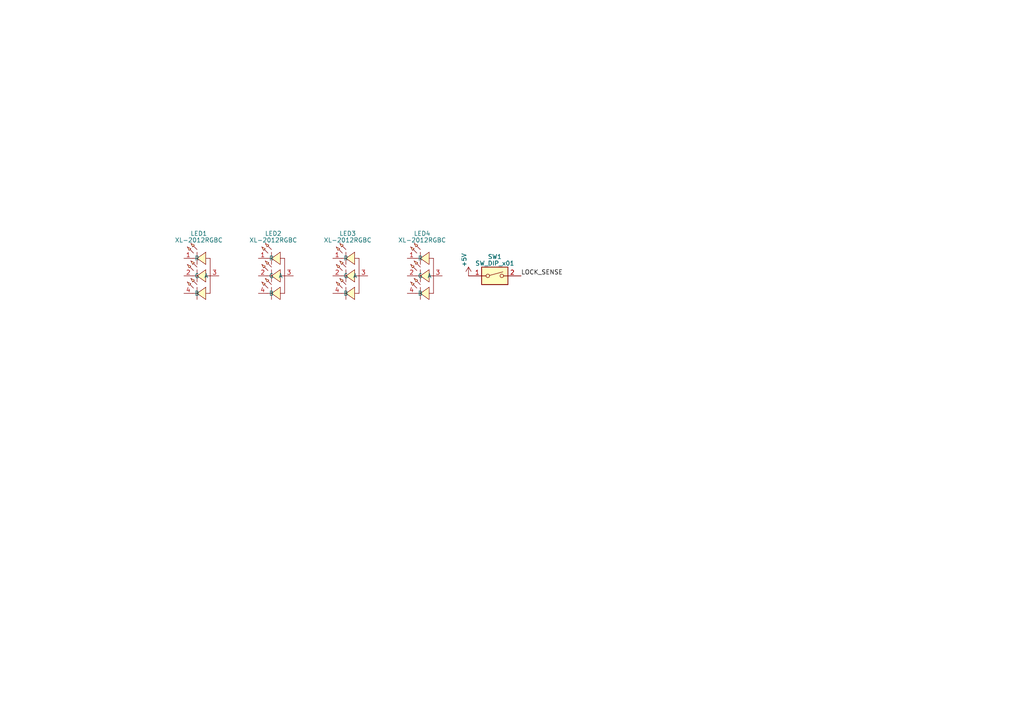
<source format=kicad_sch>
(kicad_sch (version 20230121) (generator eeschema)
  (paper "A4")
  (lib_symbols
    (symbol "C965848:XL-2012RGBC"
      (property "Reference" "LED" (at 0 10.16 0))
      (property "Value" "XL-2012RGBC" (at 0 -10.16 0))
      (symbol "XL-2012RGBC_0_1"
        (polyline (pts (xy -1.27 -5.08) (xy -2.54 -5.08)))
        (polyline (pts (xy -1.27 -3.3) (xy -1.27 -6.86)))
        (polyline (pts (xy -1.27 0) (xy -2.54 0)))
        (polyline (pts (xy -1.27 1.78) (xy -1.27 -1.78)))
        (polyline (pts (xy -1.27 5.08) (xy -2.54 5.08)))
        (polyline (pts (xy -1.27 6.86) (xy -1.27 3.3)))
        (polyline (pts (xy 2.54 -5.08) (xy 1.27 -5.08)))
        (polyline (pts (xy 2.54 0) (xy 1.27 0)))
        (polyline (pts (xy 2.54 5.08) (xy 1.27 5.08)))
        (polyline (pts (xy 2.54 5.08) (xy 2.54 -5.08)))
        (polyline (pts (xy -2.29 -3.56) (xy -3.3 -2.54) (xy -2.29 -3.56)) (fill (type background)))
        (polyline (pts (xy -2.29 1.52) (xy -3.3 2.54) (xy -2.29 1.52)) (fill (type background)))
        (polyline (pts (xy -2.29 6.6) (xy -3.3 7.62) (xy -2.29 6.6)) (fill (type background)))
        (polyline (pts (xy -1.27 -2.54) (xy -2.29 -1.52) (xy -1.27 -2.54)) (fill (type background)))
        (polyline (pts (xy -1.27 2.54) (xy -2.29 3.56) (xy -1.27 2.54)) (fill (type background)))
        (polyline (pts (xy -1.27 7.62) (xy -2.29 8.64) (xy -1.27 7.62)) (fill (type background)))
        (polyline (pts (xy -4.06 -1.78) (xy -3.05 -2.29) (xy -3.56 -2.79) (xy -4.06 -1.78)) (fill (type background)))
        (polyline (pts (xy -4.06 3.3) (xy -3.05 2.79) (xy -3.56 2.29) (xy -4.06 3.3)) (fill (type background)))
        (polyline (pts (xy -4.06 8.38) (xy -3.05 7.87) (xy -3.56 7.37) (xy -4.06 8.38)) (fill (type background)))
        (polyline (pts (xy -3.05 -0.76) (xy -2.03 -1.27) (xy -2.54 -1.78) (xy -3.05 -0.76)) (fill (type background)))
        (polyline (pts (xy -3.05 4.32) (xy -2.03 3.81) (xy -2.54 3.3) (xy -3.05 4.32)) (fill (type background)))
        (polyline (pts (xy -3.05 9.4) (xy -2.03 8.89) (xy -2.54 8.38) (xy -3.05 9.4)) (fill (type background)))
        (polyline (pts (xy 1.27 -3.3) (xy -1.27 -5.08) (xy 1.27 -6.86) (xy 1.27 -3.3)) (fill (type background)))
        (polyline (pts (xy 1.27 1.78) (xy -1.27 0) (xy 1.27 -1.78) (xy 1.27 1.78)) (fill (type background)))
        (polyline (pts (xy 1.27 6.86) (xy -1.27 5.08) (xy 1.27 3.3) (xy 1.27 6.86)) (fill (type background)))
      )
      (symbol "XL-2012RGBC_1_1"
        (pin power_out line (at -5.08 5.08 0) (length 2.54) (name "R") (number "1"))
        (pin power_out line (at -5.08 0 0) (length 2.54) (name "G") (number "2"))
        (pin power_in line (at 5.08 0 180) (length 2.54) (name "A") (number "3"))
        (pin power_out line (at -5.08 -5.08 0) (length 2.54) (name "B") (number "4"))
      )
    )
    (symbol "Switch:SW_DIP_x01" (pin_names (offset 0) hide)
      (property "Reference" "SW" (at 0 3.81 0))
      (property "Value" "SW_DIP_x01" (at 0 -3.81 0))
      (symbol "SW_DIP_x01_0_0"
        (circle (center -2.032 0) (radius 0.508))
        (polyline (pts (xy -1.524 0.127) (xy 2.3622 1.1684)))
        (circle (center 2.032 0) (radius 0.508))
      )
      (symbol "SW_DIP_x01_0_1"
        (rectangle (start -3.81 2.54) (end 3.81 -2.54) (stroke (width 0.254)) (fill (type background)))
      )
      (symbol "SW_DIP_x01_1_1"
        (pin passive line (at -7.62 0 0) (length 5.08) (name "~") (number "1"))
        (pin passive line (at 7.62 0 180) (length 5.08) (name "~") (number "2"))
      )
    )
    (symbol "power:+5V" (power) (pin_names (offset 0))
      (property "Value" "+5V" (at 0 3.556 0))
      (symbol "+5V_0_1"
        (polyline (pts (xy -0.762 1.27) (xy 0 2.54)))
        (polyline (pts (xy 0 0) (xy 0 2.54)))
        (polyline (pts (xy 0 2.54) (xy 0.762 1.27)))
      )
      (symbol "+5V_1_1"
        (pin power_in line (at 0 0 90) (length 0) hide (name "+5V") (number "1"))
      )
    )
  )
  (label "LOCK_SENSE" (at 151.13 80.01 0))
  (symbol (lib_id "power:+5V") (at 135.89 80.01 0) (unit 1)
    (property "Reference" "#PWR01" (effects hide))
    (property "Value" "+5V" (at 134.62 77.47 90) (effects (justify left)))
  )
  (symbol (lib_id "C965848:XL-2012RGBC") (at 123.19 80.01 0) (unit 1)
    (property "Reference" "LED4" (at 122.43 67.7271 0))
    (property "Value" "XL-2012RGBC" (at 122.43 69.6481 0))
    (property "Footprint" "C965848:LED-SMD_4P-L2.0-W1.3-BR" (effects hide))
    (property "Manufacturer" "XINGLIGHT(成兴光)" (effects hide))
    (property "LCSC Part" "C965848" (effects hide))
    (property "JLC Part" "Extended Part" (effects hide))
  )
  (symbol (lib_id "C965848:XL-2012RGBC") (at 101.6 80.01 0) (unit 1)
    (property "Reference" "LED3" (at 100.84 67.7271 0))
    (property "Value" "XL-2012RGBC" (at 100.84 69.6481 0))
    (property "Footprint" "C965848:LED-SMD_4P-L2.0-W1.3-BR" (effects hide))
    (property "Manufacturer" "XINGLIGHT(成兴光)" (effects hide))
    (property "LCSC Part" "C965848" (effects hide))
    (property "JLC Part" "Extended Part" (effects hide))
  )
  (symbol (lib_id "C965848:XL-2012RGBC") (at 80.01 80.01 0) (unit 1)
    (property "Reference" "LED2" (at 79.25 67.7271 0))
    (property "Value" "XL-2012RGBC" (at 79.25 69.6481 0))
    (property "Footprint" "C965848:LED-SMD_4P-L2.0-W1.3-BR" (effects hide))
    (property "Manufacturer" "XINGLIGHT(成兴光)" (effects hide))
    (property "LCSC Part" "C965848" (effects hide))
    (property "JLC Part" "Extended Part" (effects hide))
  )
  (symbol (lib_id "C965848:XL-2012RGBC") (at 58.42 80.01 0) (unit 1)
    (property "Reference" "LED1" (at 57.66 67.7271 0))
    (property "Value" "XL-2012RGBC" (at 57.66 69.6481 0))
    (property "Footprint" "C965848:LED-SMD_4P-L2.0-W1.3-BR" (effects hide))
    (property "Manufacturer" "XINGLIGHT(成兴光)" (effects hide))
    (property "LCSC Part" "C965848" (effects hide))
    (property "JLC Part" "Extended Part" (effects hide))
  )
  (symbol (lib_id "Switch:SW_DIP_x01") (at 143.51 80.01 0) (unit 1)
    (property "Reference" "SW1" (at 143.51 74.4601 0))
    (property "Value" "SW_DIP_x01" (at 143.51 76.3811 0))
  )
)
</source>
